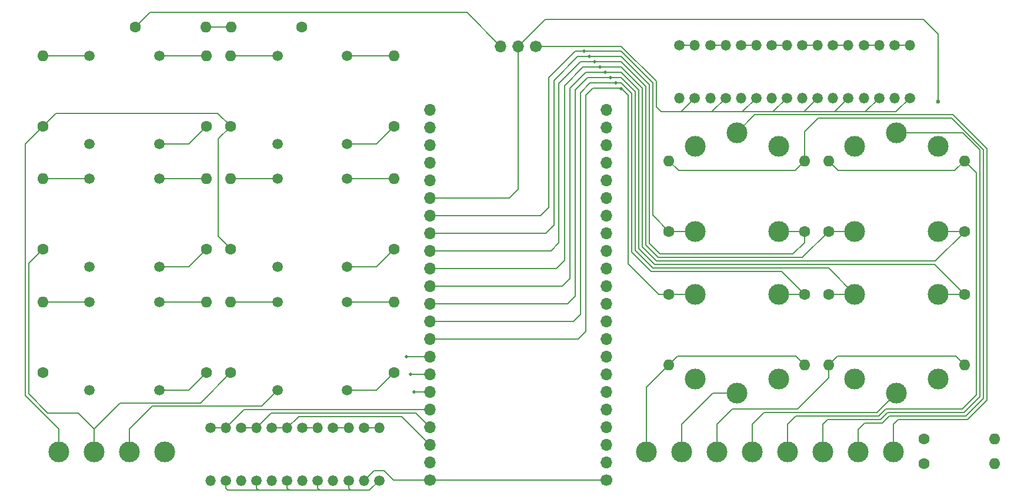
<source format=gbr>
%TF.GenerationSoftware,KiCad,Pcbnew,7.0.10*%
%TF.CreationDate,2024-03-07T15:45:00-03:00*%
%TF.ProjectId,board_THT - Copia,626f6172-645f-4544-9854-202d20436f70,rev?*%
%TF.SameCoordinates,Original*%
%TF.FileFunction,Copper,L1,Top*%
%TF.FilePolarity,Positive*%
%FSLAX46Y46*%
G04 Gerber Fmt 4.6, Leading zero omitted, Abs format (unit mm)*
G04 Created by KiCad (PCBNEW 7.0.10) date 2024-03-07 15:45:00*
%MOMM*%
%LPD*%
G01*
G04 APERTURE LIST*
%TA.AperFunction,ComponentPad*%
%ADD10C,1.700000*%
%TD*%
%TA.AperFunction,ComponentPad*%
%ADD11O,1.700000X1.700000*%
%TD*%
%TA.AperFunction,ComponentPad*%
%ADD12C,1.600000*%
%TD*%
%TA.AperFunction,ComponentPad*%
%ADD13O,1.600000X1.600000*%
%TD*%
%TA.AperFunction,ComponentPad*%
%ADD14C,1.500000*%
%TD*%
%TA.AperFunction,ComponentPad*%
%ADD15O,1.500000X1.500000*%
%TD*%
%TA.AperFunction,ComponentPad*%
%ADD16C,3.000000*%
%TD*%
%TA.AperFunction,ComponentPad*%
%ADD17C,1.508000*%
%TD*%
%TA.AperFunction,ViaPad*%
%ADD18C,0.600000*%
%TD*%
%TA.AperFunction,ViaPad*%
%ADD19C,0.500000*%
%TD*%
%TA.AperFunction,Conductor*%
%ADD20C,0.200000*%
%TD*%
G04 APERTURE END LIST*
D10*
%TO.P,SW1,1,A*%
%TO.N,VCC*%
X119085000Y-45500000D03*
D11*
%TO.P,SW1,2,B*%
%TO.N,Select_Current*%
X116545000Y-45500000D03*
%TO.P,SW1,3,C*%
%TO.N,GND*%
X114005000Y-45500000D03*
%TD*%
D12*
%TO.P,R24,1*%
%TO.N,V_Ref_Current*%
X174904400Y-105587800D03*
D13*
%TO.P,R24,2*%
%TO.N,GND*%
X185064400Y-105587800D03*
%TD*%
D12*
%TO.P,R23,1*%
%TO.N,V_Ref_Current*%
X174904400Y-102108000D03*
D13*
%TO.P,R23,2*%
%TO.N,VCC*%
X185064400Y-102108000D03*
%TD*%
D14*
%TO.P,DZ10,1,K*%
%TO.N,VCC*%
X168478200Y-52954000D03*
D15*
%TO.P,DZ10,2,A*%
%TO.N,Current_N_300A*%
X168478200Y-45334000D03*
%TD*%
D14*
%TO.P,DZ12,1,K*%
%TO.N,VCC*%
X172897800Y-52954000D03*
D15*
%TO.P,DZ12,2,A*%
%TO.N,Current_N_90A*%
X172897800Y-45334000D03*
%TD*%
D14*
%TO.P,DZ9,1,K*%
%TO.N,Current_N_300A*%
X166268400Y-45334000D03*
D15*
%TO.P,DZ9,2,A*%
%TO.N,GND*%
X166268400Y-52954000D03*
%TD*%
D14*
%TO.P,DZ11,1,K*%
%TO.N,Current_N_90A*%
X170688000Y-45334000D03*
D15*
%TO.P,DZ11,2,A*%
%TO.N,GND*%
X170688000Y-52954000D03*
%TD*%
D14*
%TO.P,DZ2,1,K*%
%TO.N,VCC*%
X141960600Y-52954000D03*
D15*
%TO.P,DZ2,2,A*%
%TO.N,Current_A_100A*%
X141960600Y-45334000D03*
%TD*%
D14*
%TO.P,DZ1,1,K*%
%TO.N,Current_A_100A*%
X139750800Y-45334000D03*
D15*
%TO.P,DZ1,2,A*%
%TO.N,GND*%
X139750800Y-52954000D03*
%TD*%
D14*
%TO.P,DZ6,1,K*%
%TO.N,VCC*%
X150799800Y-52954000D03*
D15*
%TO.P,DZ6,2,A*%
%TO.N,Current_B_100A*%
X150799800Y-45334000D03*
%TD*%
D14*
%TO.P,DZ5,1,K*%
%TO.N,Current_B_100A*%
X148590000Y-45334000D03*
D15*
%TO.P,DZ5,2,A*%
%TO.N,GND*%
X148590000Y-52954000D03*
%TD*%
D14*
%TO.P,DZ4,1,K*%
%TO.N,VCC*%
X146380200Y-52954000D03*
D15*
%TO.P,DZ4,2,A*%
%TO.N,Current_A_30A*%
X146380200Y-45334000D03*
%TD*%
D14*
%TO.P,DZ3,1,K*%
%TO.N,Current_A_30A*%
X144170400Y-45334000D03*
D15*
%TO.P,DZ3,2,A*%
%TO.N,GND*%
X144170400Y-52954000D03*
%TD*%
D14*
%TO.P,DZ7,1,K*%
%TO.N,Current_B_30A*%
X153009600Y-45334000D03*
D15*
%TO.P,DZ7,2,A*%
%TO.N,GND*%
X153009600Y-52954000D03*
%TD*%
D14*
%TO.P,DZ10,1,K*%
%TO.N,VCC*%
X159639000Y-52954000D03*
D15*
%TO.P,DZ10,2,A*%
%TO.N,Current_C_100A*%
X159639000Y-45334000D03*
%TD*%
D14*
%TO.P,DZ8,1,K*%
%TO.N,VCC*%
X155219400Y-52954000D03*
D15*
%TO.P,DZ8,2,A*%
%TO.N,Current_B_30A*%
X155219400Y-45334000D03*
%TD*%
D14*
%TO.P,DZ12,1,K*%
%TO.N,VCC*%
X164058600Y-52954000D03*
D15*
%TO.P,DZ12,2,A*%
%TO.N,Current_C_30A*%
X164058600Y-45334000D03*
%TD*%
D14*
%TO.P,DZ9,1,K*%
%TO.N,Current_C_100A*%
X157429200Y-45334000D03*
D15*
%TO.P,DZ9,2,A*%
%TO.N,GND*%
X157429200Y-52954000D03*
%TD*%
D14*
%TO.P,DZ11,1,K*%
%TO.N,Current_C_30A*%
X161848800Y-45334000D03*
D15*
%TO.P,DZ11,2,A*%
%TO.N,GND*%
X161848800Y-52954000D03*
%TD*%
D16*
%TO.P,K1,A2*%
%TO.N,GND*%
X142000200Y-93472000D03*
%TO.P,K1,A1*%
%TO.N,Select_Current*%
X154000200Y-93472000D03*
%TO.P,K1,14*%
%TO.N,Current_A_30A*%
X154000200Y-81272000D03*
%TO.P,K1,12*%
%TO.N,Current_A_100A*%
X142000200Y-81272000D03*
%TO.P,K1,11*%
%TO.N,Current_A*%
X148000200Y-95472000D03*
%TD*%
%TO.P,K1,A2*%
%TO.N,Select_Current*%
X176987200Y-59944000D03*
%TO.P,K1,A1*%
%TO.N,GND*%
X164987200Y-59944000D03*
%TO.P,K1,14*%
%TO.N,Current_C_30A*%
X164987200Y-72144000D03*
%TO.P,K1,12*%
%TO.N,Current_C_100A*%
X176987200Y-72144000D03*
%TO.P,K1,11*%
%TO.N,Current_C*%
X170987200Y-57944000D03*
%TD*%
D13*
%TO.P,R21,2*%
%TO.N,V_Ref_Current*%
X161219000Y-61984000D03*
D12*
%TO.P,R21,1*%
%TO.N,Current_C_30A*%
X161219000Y-72144000D03*
%TD*%
%TO.P,R22,1*%
%TO.N,Current_C_100A*%
X180755400Y-72144000D03*
D13*
%TO.P,R22,2*%
%TO.N,V_Ref_Current*%
X180755400Y-61984000D03*
%TD*%
D16*
%TO.P,K1,A2*%
%TO.N,Select_Current*%
X154000200Y-59944000D03*
%TO.P,K1,A1*%
%TO.N,GND*%
X142000200Y-59944000D03*
%TO.P,K1,14*%
%TO.N,Current_N_90A*%
X142000200Y-72144000D03*
%TO.P,K1,12*%
%TO.N,Current_N_300A*%
X154000200Y-72144000D03*
%TO.P,K1,11*%
%TO.N,Current_N*%
X148000200Y-57944000D03*
%TD*%
D13*
%TO.P,R19,2*%
%TO.N,V_Ref_Current*%
X138232000Y-61984000D03*
D12*
%TO.P,R19,1*%
%TO.N,Current_N_90A*%
X138232000Y-72144000D03*
%TD*%
D13*
%TO.P,R20,2*%
%TO.N,V_Ref_Current*%
X157768400Y-61984000D03*
D12*
%TO.P,R20,1*%
%TO.N,Current_N_300A*%
X157768400Y-72144000D03*
%TD*%
D16*
%TO.P,K1,A2*%
%TO.N,GND*%
X164987200Y-93472000D03*
%TO.P,K1,A1*%
%TO.N,Select_Current*%
X176987200Y-93472000D03*
%TO.P,K1,14*%
%TO.N,Current_B_30A*%
X176987200Y-81272000D03*
%TO.P,K1,12*%
%TO.N,Current_B_100A*%
X164987200Y-81272000D03*
%TO.P,K1,11*%
%TO.N,Current_B*%
X170987200Y-95472000D03*
%TD*%
D13*
%TO.P,R18,2*%
%TO.N,V_Ref_Current*%
X180755400Y-91432000D03*
D12*
%TO.P,R18,1*%
%TO.N,Current_B_30A*%
X180755400Y-81272000D03*
%TD*%
D13*
%TO.P,R17,2*%
%TO.N,V_Ref_Current*%
X161219000Y-91432000D03*
D12*
%TO.P,R17,1*%
%TO.N,Current_B_100A*%
X161219000Y-81272000D03*
%TD*%
D13*
%TO.P,R16,2*%
%TO.N,V_Ref_Current*%
X157768400Y-91432000D03*
D12*
%TO.P,R16,1*%
%TO.N,Current_A_30A*%
X157768400Y-81272000D03*
%TD*%
D13*
%TO.P,R15,2*%
%TO.N,V_Ref_Current*%
X138232000Y-91432000D03*
D12*
%TO.P,R15,1*%
%TO.N,Current_A_100A*%
X138232000Y-81272000D03*
%TD*%
D16*
%TO.P,ST1,2,Pin_2*%
%TO.N,Current_N*%
X170561000Y-103911400D03*
%TO.P,ST1,1,Pin_1*%
%TO.N,V_Ref_Current*%
X165481000Y-103911400D03*
%TD*%
%TO.P,ST1,1,Pin_1*%
%TO.N,V_Ref_Current*%
X155321000Y-103911400D03*
%TO.P,ST1,2,Pin_2*%
%TO.N,Current_C*%
X160401000Y-103911400D03*
%TD*%
%TO.P,ST1,2,Pin_2*%
%TO.N,Current_B*%
X150241000Y-103911400D03*
%TO.P,ST1,1,Pin_1*%
%TO.N,V_Ref_Current*%
X145161000Y-103911400D03*
%TD*%
%TO.P,ST1,2,Pin_2*%
%TO.N,Current_A*%
X140081000Y-103911400D03*
%TO.P,ST1,1,Pin_1*%
%TO.N,V_Ref_Current*%
X135001000Y-103911400D03*
%TD*%
D11*
%TO.P,ESP32-S3_FRONT1,22,Pin_22*%
%TO.N,VCC*%
X103835201Y-54635401D03*
%TO.P,ESP32-S3_FRONT1,21,Pin_21*%
%TO.N,N/C*%
X103835201Y-57175401D03*
%TO.P,ESP32-S3_FRONT1,20,Pin_20*%
X103835201Y-59715401D03*
%TO.P,ESP32-S3_FRONT1,19,Pin_19*%
X103835201Y-62255401D03*
%TO.P,ESP32-S3_FRONT1,18,Pin_18*%
X103835201Y-64795401D03*
%TO.P,ESP32-S3_FRONT1,17,Pin_17*%
%TO.N,Select_Current*%
X103835201Y-67335401D03*
%TO.P,ESP32-S3_FRONT1,16,Pin_16*%
%TO.N,Current_N_90A*%
X103835201Y-69875401D03*
%TO.P,ESP32-S3_FRONT1,15,Pin_15*%
%TO.N,Current_N_300A*%
X103835201Y-72415401D03*
%TO.P,ESP32-S3_FRONT1,14,Pin_14*%
%TO.N,Current_C_30A*%
X103835201Y-74955401D03*
%TO.P,ESP32-S3_FRONT1,13,Pin_13*%
%TO.N,Current_C_100A*%
X103835201Y-77495401D03*
%TO.P,ESP32-S3_FRONT1,12,Pin_12*%
%TO.N,Current_B_30A*%
X103835201Y-80035401D03*
%TO.P,ESP32-S3_FRONT1,11,Pin_11*%
%TO.N,Current_B_100A*%
X103835201Y-82575401D03*
%TO.P,ESP32-S3_FRONT1,10,Pin_10*%
%TO.N,Current_A_30A*%
X103835201Y-85115401D03*
%TO.P,ESP32-S3_FRONT1,9,Pin_9*%
%TO.N,Current_A_100A*%
X103835201Y-87655401D03*
%TO.P,ESP32-S3_FRONT1,8,Pin_8*%
%TO.N,Line_BC_Wave*%
X103835201Y-90195401D03*
%TO.P,ESP32-S3_FRONT1,7,Pin_7*%
%TO.N,Line_AC_Wave*%
X103835201Y-92735401D03*
%TO.P,ESP32-S3_FRONT1,6,Pin_6*%
%TO.N,Line_AB_Wave*%
X103835201Y-95275401D03*
%TO.P,ESP32-S3_FRONT1,5,Pin_5*%
%TO.N,Line_A_Wave*%
X103835201Y-97815401D03*
%TO.P,ESP32-S3_FRONT1,4,Pin_4*%
%TO.N,Line_B_Wave*%
X103835201Y-100355401D03*
%TO.P,ESP32-S3_FRONT1,3,Pin_3*%
%TO.N,Line_C_Wave*%
X103835201Y-102895401D03*
%TO.P,ESP32-S3_FRONT1,2,Pin_2*%
%TO.N,N/C*%
X103835201Y-105435401D03*
D10*
%TO.P,ESP32-S3_FRONT1,1,Pin_1*%
%TO.N,GND*%
X103835201Y-107975401D03*
%TD*%
%TO.P,ESP32-S3_BACK1,1,Pin_1*%
%TO.N,GND*%
X129235201Y-107975401D03*
D11*
%TO.P,ESP32-S3_BACK1,2,Pin_2*%
%TO.N,N/C*%
X129235201Y-105435401D03*
%TO.P,ESP32-S3_BACK1,3,Pin_3*%
X129235201Y-102895401D03*
%TO.P,ESP32-S3_BACK1,4,Pin_4*%
X129235201Y-100355401D03*
%TO.P,ESP32-S3_BACK1,5,Pin_5*%
X129235201Y-97815401D03*
%TO.P,ESP32-S3_BACK1,6,Pin_6*%
X129235201Y-95275401D03*
%TO.P,ESP32-S3_BACK1,7,Pin_7*%
X129235201Y-92735401D03*
%TO.P,ESP32-S3_BACK1,8,Pin_8*%
X129235201Y-90195401D03*
%TO.P,ESP32-S3_BACK1,9,Pin_9*%
X129235201Y-87655401D03*
%TO.P,ESP32-S3_BACK1,10,Pin_10*%
X129235201Y-85115401D03*
%TO.P,ESP32-S3_BACK1,11,Pin_11*%
X129235201Y-82575401D03*
%TO.P,ESP32-S3_BACK1,12,Pin_12*%
X129235201Y-80035401D03*
%TO.P,ESP32-S3_BACK1,13,Pin_13*%
X129235201Y-77495401D03*
%TO.P,ESP32-S3_BACK1,14,Pin_14*%
X129235201Y-74955401D03*
%TO.P,ESP32-S3_BACK1,15,Pin_15*%
X129235201Y-72415401D03*
%TO.P,ESP32-S3_BACK1,16,Pin_16*%
X129235201Y-69875401D03*
%TO.P,ESP32-S3_BACK1,17,Pin_17*%
X129235201Y-67335401D03*
%TO.P,ESP32-S3_BACK1,18,Pin_18*%
X129235201Y-64795401D03*
%TO.P,ESP32-S3_BACK1,19,Pin_19*%
X129235201Y-62255401D03*
%TO.P,ESP32-S3_BACK1,20,Pin_20*%
X129235201Y-59715401D03*
%TO.P,ESP32-S3_BACK1,21,Pin_21*%
X129235201Y-57175401D03*
%TO.P,ESP32-S3_BACK1,22,Pin_22*%
%TO.N,GND*%
X129235201Y-54635401D03*
%TD*%
D17*
%TO.P,TP4,4*%
%TO.N,Line_AB_Wave*%
X91923401Y-46888401D03*
%TO.P,TP4,3*%
%TO.N,V_Ref_Voltage*%
X91923401Y-59588401D03*
%TO.P,TP4,2*%
%TO.N,Line_B*%
X81923401Y-59588401D03*
%TO.P,TP4,1*%
%TO.N,Line_AB_Load*%
X81923401Y-46888401D03*
%TD*%
D14*
%TO.P,DZ8,1,K*%
%TO.N,VCC*%
X87680801Y-108092401D03*
D15*
%TO.P,DZ8,2,A*%
%TO.N,Line_BC_Wave*%
X87680801Y-100472401D03*
%TD*%
D14*
%TO.P,DZ7,1,K*%
%TO.N,Line_BC_Wave*%
X85471001Y-100472401D03*
D15*
%TO.P,DZ7,2,A*%
%TO.N,GND*%
X85471001Y-108092401D03*
%TD*%
D14*
%TO.P,DZ12,1,K*%
%TO.N,VCC*%
X96520001Y-108092401D03*
D15*
%TO.P,DZ12,2,A*%
%TO.N,Line_AB_Wave*%
X96520001Y-100472401D03*
%TD*%
D14*
%TO.P,DZ11,1,K*%
%TO.N,Line_AB_Wave*%
X94310201Y-100472401D03*
D15*
%TO.P,DZ11,2,A*%
%TO.N,GND*%
X94310201Y-108092401D03*
%TD*%
D14*
%TO.P,DZ10,1,K*%
%TO.N,VCC*%
X92100401Y-108092401D03*
D15*
%TO.P,DZ10,2,A*%
%TO.N,Line_AC_Wave*%
X92100401Y-100472401D03*
%TD*%
D14*
%TO.P,DZ9,1,K*%
%TO.N,Line_AC_Wave*%
X89890601Y-100472401D03*
D15*
%TO.P,DZ9,2,A*%
%TO.N,GND*%
X89890601Y-108092401D03*
%TD*%
D12*
%TO.P,R14,1*%
%TO.N,VCC*%
X85324201Y-42697401D03*
D13*
%TO.P,R14,2*%
%TO.N,V_Ref_Voltage*%
X75164201Y-42697401D03*
%TD*%
%TO.P,R13,2*%
%TO.N,V_Ref_Voltage*%
X71603201Y-42697401D03*
D12*
%TO.P,R13,1*%
%TO.N,GND*%
X61443201Y-42697401D03*
%TD*%
D14*
%TO.P,DZ6,1,K*%
%TO.N,VCC*%
X83261201Y-108092401D03*
D15*
%TO.P,DZ6,2,A*%
%TO.N,Line_C_Wave*%
X83261201Y-100472401D03*
%TD*%
D14*
%TO.P,DZ5,1,K*%
%TO.N,Line_C_Wave*%
X81051401Y-100472401D03*
D15*
%TO.P,DZ5,2,A*%
%TO.N,GND*%
X81051401Y-108092401D03*
%TD*%
D14*
%TO.P,DZ4,1,K*%
%TO.N,VCC*%
X78841601Y-108092401D03*
D15*
%TO.P,DZ4,2,A*%
%TO.N,Line_B_Wave*%
X78841601Y-100472401D03*
%TD*%
D14*
%TO.P,DZ3,1,K*%
%TO.N,Line_B_Wave*%
X76631801Y-100472401D03*
D15*
%TO.P,DZ3,2,A*%
%TO.N,GND*%
X76631801Y-108092401D03*
%TD*%
%TO.P,DZ2,2,A*%
%TO.N,Line_A_Wave*%
X74422001Y-100472401D03*
D14*
%TO.P,DZ2,1,K*%
%TO.N,VCC*%
X74422001Y-108092401D03*
%TD*%
%TO.P,DZ1,1,K*%
%TO.N,Line_A_Wave*%
X72212201Y-100472401D03*
D15*
%TO.P,DZ1,2,A*%
%TO.N,GND*%
X72212201Y-108092401D03*
%TD*%
D12*
%TO.P,R12,1*%
%TO.N,V_Ref_Voltage*%
X98691601Y-92481401D03*
D13*
%TO.P,R12,2*%
%TO.N,Line_BC_Wave*%
X98691601Y-82321401D03*
%TD*%
D12*
%TO.P,R11,1*%
%TO.N,V_Ref_Voltage*%
X98691601Y-74701401D03*
D13*
%TO.P,R11,2*%
%TO.N,Line_AC_Wave*%
X98691601Y-64541401D03*
%TD*%
D12*
%TO.P,R10,1*%
%TO.N,V_Ref_Voltage*%
X98691601Y-57048401D03*
D13*
%TO.P,R10,2*%
%TO.N,Line_AB_Wave*%
X98691601Y-46888401D03*
%TD*%
D12*
%TO.P,R6,1*%
%TO.N,V_Ref_Voltage*%
X71607201Y-92481401D03*
D13*
%TO.P,R6,2*%
%TO.N,Line_C_Wave*%
X71607201Y-82321401D03*
%TD*%
D12*
%TO.P,R5,1*%
%TO.N,V_Ref_Voltage*%
X71607201Y-74701401D03*
D13*
%TO.P,R5,2*%
%TO.N,Line_B_Wave*%
X71607201Y-64541401D03*
%TD*%
%TO.P,R4,2*%
%TO.N,Line_A_Wave*%
X71607201Y-46888401D03*
D12*
%TO.P,R4,1*%
%TO.N,V_Ref_Voltage*%
X71607201Y-57048401D03*
%TD*%
D13*
%TO.P,R9,2*%
%TO.N,Line_BC_Load*%
X75158601Y-82321401D03*
D12*
%TO.P,R9,1*%
%TO.N,Line_B*%
X75158601Y-92481401D03*
%TD*%
D13*
%TO.P,R8,2*%
%TO.N,Line_AC_Load*%
X75158601Y-64541401D03*
D12*
%TO.P,R8,1*%
%TO.N,Line_A*%
X75158601Y-74701401D03*
%TD*%
%TO.P,R7,1*%
%TO.N,Line_A*%
X75158601Y-57048401D03*
D13*
%TO.P,R7,2*%
%TO.N,Line_AB_Load*%
X75158601Y-46888401D03*
%TD*%
D16*
%TO.P,ST2,1,Pin_1*%
%TO.N,Line_C*%
X60528200Y-103911400D03*
%TO.P,ST2,2,Pin_2*%
%TO.N,Neutral*%
X65608200Y-103911400D03*
%TD*%
%TO.P,ST1,1,Pin_1*%
%TO.N,Line_A*%
X50368200Y-103911400D03*
%TO.P,ST1,2,Pin_2*%
%TO.N,Line_B*%
X55448200Y-103911400D03*
%TD*%
D12*
%TO.P,R3,1*%
%TO.N,Line_C*%
X48074201Y-92481401D03*
D13*
%TO.P,R3,2*%
%TO.N,Line_C_Load*%
X48074201Y-82321401D03*
%TD*%
D12*
%TO.P,R2,1*%
%TO.N,Line_B*%
X48074201Y-74701401D03*
D13*
%TO.P,R2,2*%
%TO.N,Line_B_Load*%
X48074201Y-64541401D03*
%TD*%
D12*
%TO.P,R1,1*%
%TO.N,Line_A*%
X48074201Y-57051401D03*
D13*
%TO.P,R1,2*%
%TO.N,Line_A_Load*%
X48074201Y-46891401D03*
%TD*%
D17*
%TO.P,TP2,1*%
%TO.N,Line_B_Load*%
X54839001Y-64541401D03*
%TO.P,TP2,2*%
%TO.N,Neutral*%
X54839001Y-77241401D03*
%TO.P,TP2,3*%
%TO.N,V_Ref_Voltage*%
X64839001Y-77241401D03*
%TO.P,TP2,4*%
%TO.N,Line_B_Wave*%
X64839001Y-64541401D03*
%TD*%
%TO.P,TP3,1*%
%TO.N,Line_C_Load*%
X54839001Y-82321401D03*
%TO.P,TP3,2*%
%TO.N,Neutral*%
X54839001Y-95021401D03*
%TO.P,TP3,3*%
%TO.N,V_Ref_Voltage*%
X64839001Y-95021401D03*
%TO.P,TP3,4*%
%TO.N,Line_C_Wave*%
X64839001Y-82321401D03*
%TD*%
%TO.P,TP5,4*%
%TO.N,Line_AC_Wave*%
X91923401Y-64541401D03*
%TO.P,TP5,3*%
%TO.N,V_Ref_Voltage*%
X91923401Y-77241401D03*
%TO.P,TP5,2*%
%TO.N,Line_C*%
X81923401Y-77241401D03*
%TO.P,TP5,1*%
%TO.N,Line_AC_Load*%
X81923401Y-64541401D03*
%TD*%
%TO.P,TP6,4*%
%TO.N,Line_BC_Wave*%
X91923401Y-82321401D03*
%TO.P,TP6,3*%
%TO.N,V_Ref_Voltage*%
X91923401Y-95021401D03*
%TO.P,TP6,2*%
%TO.N,Line_C*%
X81923401Y-95021401D03*
%TO.P,TP6,1*%
%TO.N,Line_BC_Load*%
X81923401Y-82321401D03*
%TD*%
%TO.P,TP1,1*%
%TO.N,Line_A_Load*%
X54839001Y-46888401D03*
%TO.P,TP1,2*%
%TO.N,Neutral*%
X54839001Y-59588401D03*
%TO.P,TP1,3*%
%TO.N,V_Ref_Voltage*%
X64839001Y-59588401D03*
%TO.P,TP1,4*%
%TO.N,Line_A_Wave*%
X64839001Y-46888401D03*
%TD*%
D18*
%TO.N,Select_Current*%
X176987200Y-53467000D03*
D19*
%TO.N,Current_N_90A*%
X125984000Y-46228000D03*
%TO.N,Current_A_30A*%
X130556000Y-50800000D03*
%TO.N,Current_N_300A*%
X126746000Y-46990000D03*
%TO.N,Current_C_100A*%
X128270000Y-48514000D03*
%TO.N,Current_C_30A*%
X127515909Y-47744091D03*
%TO.N,Current_B_100A*%
X129794000Y-50038000D03*
%TO.N,Current_B_30A*%
X129039909Y-49268091D03*
%TO.N,Current_A_100A*%
X131310091Y-51569909D03*
%TO.N,Line_BC_Wave*%
X100457001Y-90195401D03*
%TO.N,Line_AC_Wave*%
X101015801Y-92735401D03*
%TO.N,Line_AB_Wave*%
X101574601Y-95275401D03*
%TD*%
D20*
%TO.N,Line_C*%
X79637402Y-97307400D02*
X81923401Y-95021401D01*
X63830200Y-97307400D02*
X79637402Y-97307400D01*
X60528200Y-100609400D02*
X63830200Y-97307400D01*
X60528200Y-103911400D02*
X60528200Y-100609400D01*
%TO.N,Line_A*%
X50368200Y-100609400D02*
X50368200Y-103911400D01*
X45542201Y-95783401D02*
X50368200Y-100609400D01*
X45542201Y-59583401D02*
X45542201Y-95783401D01*
X48074201Y-57051401D02*
X45542201Y-59583401D01*
%TO.N,Line_B*%
X55448200Y-103911400D02*
X55448200Y-100609400D01*
X70764402Y-96875600D02*
X75158601Y-92481401D01*
X59182000Y-96875600D02*
X70764402Y-96875600D01*
X55448200Y-100609400D02*
X59182000Y-96875600D01*
X46050201Y-76725401D02*
X48074201Y-74701401D01*
X46050201Y-95558244D02*
X46050201Y-76725401D01*
X48815358Y-98323401D02*
X46050201Y-95558244D01*
X53162201Y-98323401D02*
X48815358Y-98323401D01*
X55448200Y-100609400D02*
X53162201Y-98323401D01*
%TO.N,Select_Current*%
X176987200Y-43764200D02*
X176987200Y-53467000D01*
X174879000Y-41656000D02*
X176987200Y-43764200D01*
X120389000Y-41656000D02*
X174879000Y-41656000D01*
X116545000Y-45500000D02*
X120389000Y-41656000D01*
X115290599Y-67335401D02*
X103835201Y-67335401D01*
X116545000Y-66081000D02*
X115290599Y-67335401D01*
X116545000Y-45500000D02*
X116545000Y-66081000D01*
%TO.N,Current_N_90A*%
X120904000Y-68707000D02*
X119735599Y-69875401D01*
X124714000Y-46228000D02*
X120904000Y-50038000D01*
X119735599Y-69875401D02*
X103835201Y-69875401D01*
X131318000Y-46228000D02*
X124714000Y-46228000D01*
X135890000Y-50800000D02*
X131318000Y-46228000D01*
X135890000Y-69802000D02*
X135890000Y-50800000D01*
X138232000Y-72144000D02*
X135890000Y-69802000D01*
X120904000Y-50038000D02*
X120904000Y-68707000D01*
%TO.N,Current_N_300A*%
X120497599Y-72415401D02*
X103835201Y-72415401D01*
X135382000Y-51039578D02*
X131332422Y-46990000D01*
X125095000Y-46990000D02*
X121666000Y-50419000D01*
X121666000Y-50419000D02*
X121666000Y-71247000D01*
X135382000Y-73914000D02*
X135382000Y-51039578D01*
X136906000Y-75438000D02*
X135382000Y-73914000D01*
X131332422Y-46990000D02*
X125095000Y-46990000D01*
X156083000Y-75438000D02*
X136906000Y-75438000D01*
X157768400Y-73752600D02*
X156083000Y-75438000D01*
X121666000Y-71247000D02*
X120497599Y-72415401D01*
X157768400Y-72144000D02*
X157768400Y-73752600D01*
%TO.N,Current_C_30A*%
X121259599Y-74955401D02*
X103835201Y-74955401D01*
X122402599Y-73812401D02*
X121259599Y-74955401D01*
X122402599Y-50825401D02*
X122402599Y-73812401D01*
X125476000Y-47752000D02*
X122402599Y-50825401D01*
X131318000Y-47752000D02*
X125476000Y-47752000D01*
X134874000Y-51308000D02*
X131318000Y-47752000D01*
X136652000Y-75946000D02*
X134874000Y-74168000D01*
X134874000Y-74168000D02*
X134874000Y-51308000D01*
X161219000Y-72144000D02*
X157417000Y-75946000D01*
X157417000Y-75946000D02*
X136652000Y-75946000D01*
%TO.N,Current_C_100A*%
X122021599Y-77495401D02*
X103835201Y-77495401D01*
X131318000Y-48514000D02*
X125857000Y-48514000D01*
X123190000Y-51181000D02*
X123190000Y-76327000D01*
X125857000Y-48514000D02*
X123190000Y-51181000D01*
X134366000Y-51562000D02*
X131318000Y-48514000D01*
X134366000Y-74422000D02*
X134366000Y-51562000D01*
X136398000Y-76454000D02*
X134366000Y-74422000D01*
X180755400Y-72263000D02*
X176564400Y-76454000D01*
X123190000Y-76327000D02*
X122021599Y-77495401D01*
X176564400Y-76454000D02*
X136398000Y-76454000D01*
%TO.N,Current_B_30A*%
X122910599Y-80035401D02*
X103835201Y-80035401D01*
X123952000Y-78994000D02*
X122910599Y-80035401D01*
X123952000Y-51562000D02*
X123952000Y-78994000D01*
X131346843Y-49276000D02*
X126238000Y-49276000D01*
X126238000Y-49276000D02*
X123952000Y-51562000D01*
X133858000Y-51787157D02*
X131346843Y-49276000D01*
X136144000Y-76962000D02*
X133858000Y-74676000D01*
X133858000Y-74676000D02*
X133858000Y-51787157D01*
X176445400Y-76962000D02*
X136144000Y-76962000D01*
X180755400Y-81272000D02*
X176445400Y-76962000D01*
%TO.N,Current_A_30A*%
X124498099Y-85115401D02*
X103835201Y-85115401D01*
X125476000Y-84137500D02*
X124498099Y-85115401D01*
X132842000Y-52324000D02*
X131318000Y-50800000D01*
X131318000Y-50800000D02*
X126873000Y-50800000D01*
X132842000Y-75184000D02*
X132842000Y-52324000D01*
X126873000Y-50800000D02*
X125476000Y-52197000D01*
X125476000Y-52197000D02*
X125476000Y-84137500D01*
X154474400Y-77978000D02*
X135636000Y-77978000D01*
X157768400Y-81272000D02*
X154474400Y-77978000D01*
X135636000Y-77978000D02*
X132842000Y-75184000D01*
%TO.N,Current_B_100A*%
X123672599Y-82575401D02*
X103835201Y-82575401D01*
X124714000Y-81534000D02*
X123672599Y-82575401D01*
X133350000Y-74930000D02*
X133350000Y-52070000D01*
X135890000Y-77470000D02*
X133350000Y-74930000D01*
X131318000Y-50038000D02*
X126492000Y-50038000D01*
X124714000Y-51816000D02*
X124714000Y-81534000D01*
X161185200Y-77470000D02*
X135890000Y-77470000D01*
X126492000Y-50038000D02*
X124714000Y-51816000D01*
X133350000Y-52070000D02*
X131318000Y-50038000D01*
X164987200Y-81272000D02*
X161185200Y-77470000D01*
%TO.N,GND*%
X109145000Y-40640000D02*
X114005000Y-45500000D01*
X63500602Y-40640000D02*
X109145000Y-40640000D01*
X61443201Y-42697401D02*
X63500602Y-40640000D01*
%TO.N,VCC*%
X137122000Y-54953000D02*
X139954000Y-54953000D01*
X136398000Y-54229000D02*
X137122000Y-54953000D01*
X136398000Y-50546000D02*
X136398000Y-54229000D01*
X131352000Y-45500000D02*
X136398000Y-50546000D01*
X119085000Y-45500000D02*
X131352000Y-45500000D01*
%TO.N,Current_N*%
X150591200Y-55353000D02*
X148000200Y-57944000D01*
X184023000Y-60248800D02*
X179127200Y-55353000D01*
X184023000Y-96520000D02*
X184023000Y-60248800D01*
X179127200Y-55353000D02*
X150591200Y-55353000D01*
X181229000Y-99314000D02*
X184023000Y-96520000D01*
X170561000Y-99949000D02*
X171196000Y-99314000D01*
X171196000Y-99314000D02*
X181229000Y-99314000D01*
X170561000Y-103911400D02*
X170561000Y-99949000D01*
%TO.N,V_Ref_Current*%
X157768400Y-57750600D02*
X157768400Y-61984000D01*
X159715200Y-55803800D02*
X157768400Y-57750600D01*
X178924486Y-55803800D02*
X159715200Y-55803800D01*
X180975000Y-98806000D02*
X183515000Y-96266000D01*
X183515000Y-60394314D02*
X178924486Y-55803800D01*
X168910000Y-99822000D02*
X169926000Y-98806000D01*
X183515000Y-96266000D02*
X183515000Y-60394314D01*
X166370000Y-99822000D02*
X168910000Y-99822000D01*
X165481000Y-100711000D02*
X166370000Y-99822000D01*
X169926000Y-98806000D02*
X180975000Y-98806000D01*
X165481000Y-103911400D02*
X165481000Y-100711000D01*
%TO.N,GND*%
X103835201Y-107975401D02*
X129235201Y-107975401D01*
%TO.N,VCC*%
X164058600Y-52954000D02*
X162059600Y-54953000D01*
X162059600Y-54953000D02*
X162052000Y-54953000D01*
X162052000Y-54953000D02*
X157632400Y-54953000D01*
X166217600Y-54953000D02*
X162052000Y-54953000D01*
X157640000Y-54953000D02*
X157632400Y-54953000D01*
X159639000Y-52954000D02*
X157640000Y-54953000D01*
X157632400Y-54953000D02*
X153212800Y-54953000D01*
X155219400Y-52954000D02*
X153220400Y-54953000D01*
X153212800Y-54953000D02*
X148793200Y-54953000D01*
X153220400Y-54953000D02*
X153212800Y-54953000D01*
X150799800Y-52954000D02*
X148800800Y-54953000D01*
X148793200Y-54953000D02*
X144373600Y-54953000D01*
X148800800Y-54953000D02*
X148793200Y-54953000D01*
X144381200Y-54953000D02*
X144373600Y-54953000D01*
X146380200Y-52954000D02*
X144381200Y-54953000D01*
X144373600Y-54953000D02*
X139954000Y-54953000D01*
X139961600Y-54953000D02*
X139954000Y-54953000D01*
X141960600Y-52954000D02*
X139961600Y-54953000D01*
X168478200Y-52954000D02*
X166479200Y-54953000D01*
X170898800Y-54953000D02*
X166217600Y-54953000D01*
X172897800Y-52954000D02*
X170898800Y-54953000D01*
%TO.N,Current_C*%
X180499000Y-57944000D02*
X170987200Y-57944000D01*
X183007000Y-60452000D02*
X180499000Y-57944000D01*
X183007000Y-96012000D02*
X183007000Y-60452000D01*
X161036000Y-99314000D02*
X168656000Y-99314000D01*
X169672000Y-98298000D02*
X180721000Y-98298000D01*
X180721000Y-98298000D02*
X183007000Y-96012000D01*
X160401000Y-99949000D02*
X161036000Y-99314000D01*
X160401000Y-103911400D02*
X160401000Y-99949000D01*
X168656000Y-99314000D02*
X169672000Y-98298000D01*
%TO.N,V_Ref_Current*%
X182499000Y-95758000D02*
X182499000Y-63727600D01*
X182499000Y-63727600D02*
X180755400Y-61984000D01*
X169402125Y-97790000D02*
X180467000Y-97790000D01*
X180467000Y-97790000D02*
X182499000Y-95758000D01*
X168386125Y-98806000D02*
X169402125Y-97790000D01*
X156464000Y-98806000D02*
X168386125Y-98806000D01*
X155321000Y-103911400D02*
X155321000Y-99949000D01*
X155321000Y-99949000D02*
X156464000Y-98806000D01*
%TO.N,Current_N_90A*%
X170688000Y-45334000D02*
X172897800Y-45334000D01*
%TO.N,Current_N_300A*%
X166268400Y-45334000D02*
X168478200Y-45334000D01*
%TO.N,Current_C_30A*%
X161848800Y-45334000D02*
X164058600Y-45334000D01*
%TO.N,Current_C_100A*%
X157429200Y-45334000D02*
X159639000Y-45334000D01*
%TO.N,Current_B_30A*%
X153009600Y-45334000D02*
X155219400Y-45334000D01*
%TO.N,Current_B_100A*%
X148590000Y-45334000D02*
X150799800Y-45334000D01*
%TO.N,Current_A_30A*%
X144170400Y-45334000D02*
X146380200Y-45334000D01*
%TO.N,Current_A_100A*%
X139750800Y-45334000D02*
X141960600Y-45334000D01*
X136771000Y-81272000D02*
X138232000Y-81272000D01*
X127254000Y-51562000D02*
X131318000Y-51562000D01*
X131318000Y-51562000D02*
X132334000Y-52578000D01*
X132334000Y-52578000D02*
X132334000Y-76835000D01*
X126238000Y-52578000D02*
X127254000Y-51562000D01*
X132334000Y-76835000D02*
X136771000Y-81272000D01*
X125196599Y-87655401D02*
X126238000Y-86614000D01*
X126238000Y-86614000D02*
X126238000Y-52578000D01*
X103835201Y-87655401D02*
X125196599Y-87655401D01*
%TO.N,V_Ref_Current*%
X139629000Y-63381000D02*
X138232000Y-61984000D01*
X156371400Y-63381000D02*
X139629000Y-63381000D01*
X157768400Y-61984000D02*
X156371400Y-63381000D01*
X179358400Y-63381000D02*
X180755400Y-61984000D01*
X162616000Y-63381000D02*
X179358400Y-63381000D01*
X161219000Y-61984000D02*
X162616000Y-63381000D01*
%TO.N,Current_C_100A*%
X176987200Y-72144000D02*
X180755400Y-72144000D01*
%TO.N,Current_C_30A*%
X161219000Y-72144000D02*
X164987200Y-72144000D01*
%TO.N,Current_N_300A*%
X154000200Y-72144000D02*
X157768400Y-72144000D01*
%TO.N,Current_N_90A*%
X138232000Y-72144000D02*
X142000200Y-72144000D01*
%TO.N,Current_B*%
X168161200Y-98298000D02*
X170987200Y-95472000D01*
X151892000Y-98298000D02*
X168161200Y-98298000D01*
X150241000Y-99949000D02*
X151892000Y-98298000D01*
X150241000Y-103911400D02*
X150241000Y-99949000D01*
%TO.N,V_Ref_Current*%
X161219000Y-93289000D02*
X161219000Y-91432000D01*
X147339000Y-97771000D02*
X156737000Y-97771000D01*
X156737000Y-97771000D02*
X161219000Y-93289000D01*
X145161000Y-99949000D02*
X147339000Y-97771000D01*
X145161000Y-103911400D02*
X145161000Y-99949000D01*
X179493400Y-90170000D02*
X180755400Y-91432000D01*
X162481000Y-90170000D02*
X179493400Y-90170000D01*
X161219000Y-91432000D02*
X162481000Y-90170000D01*
X156506400Y-90170000D02*
X157768400Y-91432000D01*
X138232000Y-91432000D02*
X139494000Y-90170000D01*
X139494000Y-90170000D02*
X156506400Y-90170000D01*
%TO.N,Current_A*%
X140081000Y-99949000D02*
X144558000Y-95472000D01*
X144558000Y-95472000D02*
X148000200Y-95472000D01*
X140081000Y-103911400D02*
X140081000Y-99949000D01*
%TO.N,V_Ref_Current*%
X135001000Y-94663000D02*
X135001000Y-103911400D01*
X138232000Y-91432000D02*
X135001000Y-94663000D01*
%TO.N,Current_A_100A*%
X142000200Y-81272000D02*
X138232000Y-81272000D01*
%TO.N,Current_B_100A*%
X161219000Y-81272000D02*
X164987200Y-81272000D01*
%TO.N,Current_A_30A*%
X154000200Y-81272000D02*
X157768400Y-81272000D01*
%TO.N,Current_B_30A*%
X176987200Y-81272000D02*
X180755400Y-81272000D01*
%TO.N,Line_A_Wave*%
X77079001Y-97815401D02*
X103835201Y-97815401D01*
X74422001Y-100472401D02*
X77079001Y-97815401D01*
%TO.N,Line_B_Wave*%
X101803201Y-98323401D02*
X103835201Y-100355401D01*
X80990601Y-98323401D02*
X101803201Y-98323401D01*
X78841601Y-100472401D02*
X80990601Y-98323401D01*
%TO.N,Line_C_Wave*%
X99771201Y-98831401D02*
X103835201Y-102895401D01*
X84902201Y-98831401D02*
X99771201Y-98831401D01*
X83261201Y-100472401D02*
X84902201Y-98831401D01*
%TO.N,GND*%
X98577401Y-107975401D02*
X103835201Y-107975401D01*
X97256601Y-106654601D02*
X98577401Y-107975401D01*
X95748001Y-106654601D02*
X97256601Y-106654601D01*
X94310201Y-108092401D02*
X95748001Y-106654601D01*
%TO.N,VCC*%
X87680801Y-108092401D02*
X87680801Y-109169201D01*
X87985601Y-109474001D02*
X92405201Y-109474001D01*
X87680801Y-109169201D02*
X87985601Y-109474001D01*
X83566001Y-109474001D02*
X87985601Y-109474001D01*
X92100401Y-108092401D02*
X92100401Y-109169201D01*
X92100401Y-109169201D02*
X92405201Y-109474001D01*
X92405201Y-109474001D02*
X95138401Y-109474001D01*
X95138401Y-109474001D02*
X96520001Y-108092401D01*
%TO.N,Line_AB_Wave*%
X101574601Y-95275401D02*
X103835201Y-95275401D01*
%TO.N,Line_AC_Wave*%
X101015801Y-92735401D02*
X103835201Y-92735401D01*
%TO.N,Line_BC_Wave*%
X100457001Y-90195401D02*
X103835201Y-90195401D01*
%TO.N,V_Ref_Voltage*%
X75164201Y-42697401D02*
X71603201Y-42697401D01*
%TO.N,Line_AB_Wave*%
X94310201Y-100472401D02*
X96520001Y-100472401D01*
%TO.N,Line_AC_Wave*%
X89890601Y-100472401D02*
X92100401Y-100472401D01*
%TO.N,Line_BC_Wave*%
X85471001Y-100472401D02*
X87680801Y-100472401D01*
%TO.N,VCC*%
X83261201Y-109169201D02*
X83566001Y-109474001D01*
X79146401Y-109474001D02*
X83566001Y-109474001D01*
X83261201Y-108092401D02*
X83261201Y-109169201D01*
X78841601Y-108092401D02*
X78841601Y-109169201D01*
X78841601Y-109169201D02*
X79146401Y-109474001D01*
X74726801Y-109474001D02*
X79146401Y-109474001D01*
X74422001Y-108092401D02*
X74422001Y-109169201D01*
X74422001Y-109169201D02*
X74726801Y-109474001D01*
%TO.N,Line_A_Wave*%
X72212201Y-100472401D02*
X74422001Y-100472401D01*
%TO.N,Line_C_Wave*%
X81051401Y-100472401D02*
X83261201Y-100472401D01*
%TO.N,Line_B_Wave*%
X76631801Y-100472401D02*
X78841601Y-100472401D01*
%TO.N,Line_BC_Wave*%
X91923401Y-82321401D02*
X98691601Y-82321401D01*
%TO.N,Line_AC_Wave*%
X91923401Y-64541401D02*
X98691601Y-64541401D01*
%TO.N,V_Ref_Voltage*%
X96151601Y-77241401D02*
X98691601Y-74701401D01*
X91923401Y-77241401D02*
X96151601Y-77241401D01*
X96151601Y-95021401D02*
X98691601Y-92481401D01*
X91923401Y-95021401D02*
X96151601Y-95021401D01*
%TO.N,Line_AB_Wave*%
X91923401Y-46888401D02*
X98691601Y-46888401D01*
%TO.N,V_Ref_Voltage*%
X96151601Y-59588401D02*
X98691601Y-57048401D01*
X91923401Y-59588401D02*
X96151601Y-59588401D01*
%TO.N,Line_A*%
X73380601Y-58847201D02*
X75179401Y-57048401D01*
X73380601Y-72902601D02*
X73380601Y-58847201D01*
X75179401Y-74701401D02*
X73380601Y-72902601D01*
X73274401Y-55143401D02*
X75179401Y-57048401D01*
X49982201Y-55143401D02*
X73274401Y-55143401D01*
X48074201Y-57051401D02*
X49982201Y-55143401D01*
%TO.N,Line_A_Wave*%
X64839001Y-46888401D02*
X71607201Y-46888401D01*
%TO.N,Line_B_Wave*%
X71607201Y-64541401D02*
X64839001Y-64541401D01*
%TO.N,Line_C_Wave*%
X64839001Y-82321401D02*
X71607201Y-82321401D01*
%TO.N,V_Ref_Voltage*%
X69067201Y-95021401D02*
X71607201Y-92481401D01*
X64839001Y-95021401D02*
X69067201Y-95021401D01*
X69067201Y-77241401D02*
X71607201Y-74701401D01*
X64839001Y-77241401D02*
X69067201Y-77241401D01*
X69067201Y-59588401D02*
X71607201Y-57048401D01*
X64839001Y-59588401D02*
X69067201Y-59588401D01*
%TO.N,Line_BC_Load*%
X75179401Y-82321401D02*
X81944201Y-82321401D01*
%TO.N,Line_AC_Load*%
X75179401Y-64541401D02*
X81944201Y-64541401D01*
%TO.N,Line_AB_Load*%
X75179401Y-46888401D02*
X81944201Y-46888401D01*
%TO.N,Line_C_Load*%
X48074201Y-82321401D02*
X54839001Y-82321401D01*
%TO.N,Line_B_Load*%
X48074201Y-64541401D02*
X54839001Y-64541401D01*
%TO.N,Line_A_Load*%
X54836001Y-46891401D02*
X54839001Y-46888401D01*
X48082201Y-46891401D02*
X54836001Y-46891401D01*
%TD*%
M02*

</source>
